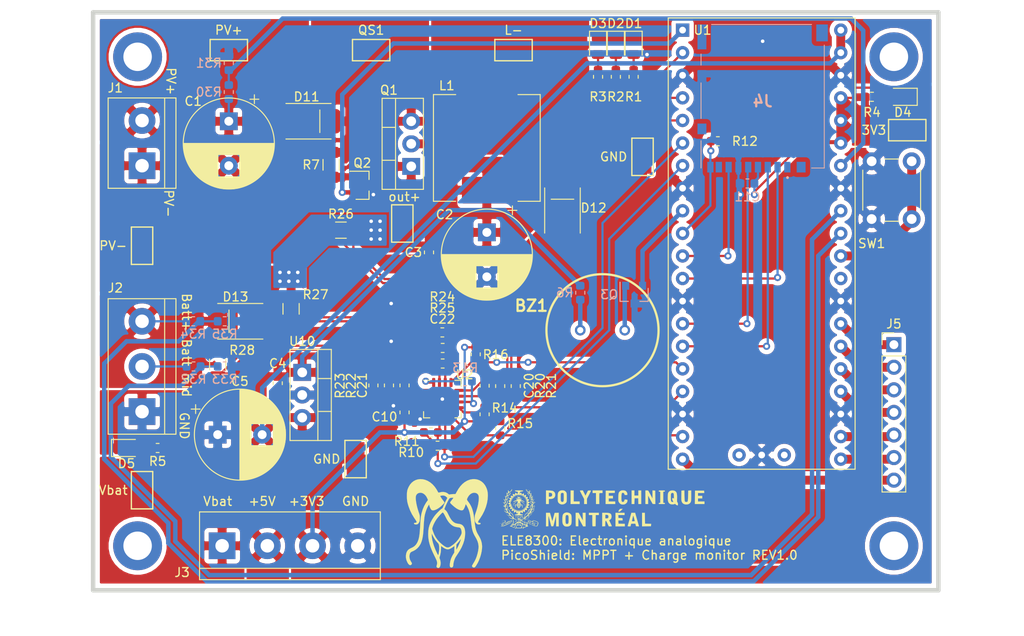
<source format=kicad_pcb>
(kicad_pcb (version 20171130) (host pcbnew "(5.1.6)-1")
  (layers (0 F.Cu signal) (31 B.Cu signal) (34 B.Paste user) (35 F.Paste user) (36 B.SilkS user) (37 F.SilkS user) (38 B.Mask user) (39 F.Mask user hide) (44 Edge.Cuts user))
  (net 0 "")
  (net 1 "Net-(BZ1-Pad2)")
  (net 2 "Net-(BZ1-Pad1)")
  (net 3 "Net-(C1-Pad2)")
  (net 4 "Net-(C1-Pad1)")
  (net 5 MPPT_out-)
  (net 6 MPPT_out+)
  (net 7 Vbat)
  (net 8 +5V)
  (net 9 VCC)
  (net 10 Shunt_PV+)
  (net 11 Shunt_PV-)
  (net 12 Batt_in+)
  (net 13 batt_in-)
  (net 14 Batt_out+)
  (net 15 batt_out-)
  (net 16 "Net-(D1-Pad2)")
  (net 17 "Net-(D2-Pad2)")
  (net 18 "Net-(D3-Pad2)")
  (net 19 "Net-(D4-Pad2)")
  (net 20 "Net-(D5-Pad2)")
  (net 21 QS1)
  (net 22 "Net-(D12-Pad1)")
  (net 23 "Net-(D13-Pad2)")
  (net 24 "Net-(D13-Pad1)")
  (net 25 "Net-(J2-Pad2)")
  (net 26 SD_DETECT)
  (net 27 "Net-(J4-Pad8)")
  (net 28 SPI_MISO)
  (net 29 SPI_SCK)
  (net 30 SPI_MOSI)
  (net 31 SPI_CS)
  (net 32 "Net-(J4-Pad1)")
  (net 33 GP15)
  (net 34 GP16)
  (net 35 GP17)
  (net 36 GP18)
  (net 37 GP19)
  (net 38 GP20)
  (net 39 GP21)
  (net 40 Drive1)
  (net 41 PWM1)
  (net 42 Buzzer)
  (net 43 SIG_LED)
  (net 44 UV_LED)
  (net 45 OV_LED)
  (net 46 I2C0_SDA)
  (net 47 I2C0_SCL)
  (net 48 "Net-(R13-Pad2)")
  (net 49 "Net-(R13-Pad1)")
  (net 50 CRITICAL)
  (net 51 WARNING)
  (net 52 TC)
  (net 53 VCell1_sense)
  (net 54 VCell2_sense)
  (net 55 "Net-(U1-Pad43)")
  (net 56 "Net-(U1-Pad41)")
  (net 57 Vpv_sense)
  (net 58 RESET_SW)
  (net 59 "Net-(U1-Pad29)")
  (module Custom_MPPT:LogoPOLYMTL (layer F.Cu) (at 57.25 55.75)
    (fp_text reference G*** hide)
    (fp_text value LOGO hide)
  )
  (module Custom_MPPT:RaspiPico (layer F.Cu) (at 66.25 2)
    (fp_text reference U1 (at 2.25 0) (layer F.SilkS))
    (fp_text value RaspiPico)
    (pad 43 thru_hole circle (at 11.43 47.79) (size 1.5 1.5) (drill 0.76) (layers *.Cu *.Mask) (net 55 "Net-(U1-Pad43)"))
    (pad 41 thru_hole circle (at 6.35 47.79) (size 1.5 1.5) (drill 0.76) (layers *.Cu *.Mask) (net 56 "Net-(U1-Pad41)"))
    (pad 42 thru_hole circle (at 8.89 47.79) (size 1.5 1.5) (drill 0.76) (layers *.Cu *.Mask) (net 5 MPPT_out-))
    (pad 38 thru_hole circle (at 17.78 5.08) (size 1.5 1.5) (drill 0.76) (layers *.Cu *.Mask) (net 5 MPPT_out-))
    (pad 40 thru_hole circle (at 17.78 0) (size 1.5 1.5) (drill 0.76) (layers *.Cu *.Mask) (net 8 +5V))
    (pad 34 thru_hole circle (at 17.78 15.24) (size 1.5 1.5) (drill 0.76) (layers *.Cu *.Mask) (net 57 Vpv_sense))
    (pad 26 thru_hole circle (at 17.78 35.56) (size 1.5 1.5) (drill 0.76) (layers *.Cu *.Mask) (net 38 GP20))
    (pad 25 thru_hole circle (at 17.78 38.1) (size 1.5 1.5) (drill 0.76) (layers *.Cu *.Mask) (net 37 GP19))
    (pad 31 thru_hole circle (at 17.78 22.86) (size 1.5 1.5) (drill 0.76) (layers *.Cu *.Mask) (net 54 VCell2_sense))
    (pad 32 thru_hole circle (at 17.78 20.32) (size 1.5 1.5) (drill 0.76) (layers *.Cu *.Mask) (net 53 VCell1_sense))
    (pad 39 thru_hole circle (at 17.78 2.54) (size 1.5 1.5) (drill 0.76) (layers *.Cu *.Mask) (net 8 +5V))
    (pad 33 thru_hole circle (at 17.78 17.78) (size 1.5 1.5) (drill 0.76) (layers *.Cu *.Mask) (net 5 MPPT_out-))
    (pad 37 thru_hole circle (at 17.78 7.62) (size 1.5 1.5) (drill 0.76) (layers *.Cu *.Mask) (net 9 VCC))
    (pad 35 thru_hole circle (at 17.78 12.7) (size 1.5 1.5) (drill 0.76) (layers *.Cu *.Mask) (net 9 VCC))
    (pad 36 thru_hole circle (at 17.78 10.16) (size 1.5 1.5) (drill 0.76) (layers *.Cu *.Mask) (net 9 VCC))
    (pad 21 thru_hole circle (at 17.78 48.26) (size 1.5 1.5) (drill 0.76) (layers *.Cu *.Mask) (net 34 GP16))
    (pad 30 thru_hole circle (at 17.78 25.4) (size 1.5 1.5) (drill 0.76) (layers *.Cu *.Mask) (net 58 RESET_SW))
    (pad 29 thru_hole circle (at 17.78 27.94) (size 1.5 1.5) (drill 0.76) (layers *.Cu *.Mask) (net 59 "Net-(U1-Pad29)"))
    (pad 24 thru_hole circle (at 17.78 40.64) (size 1.5 1.5) (drill 0.76) (layers *.Cu *.Mask) (net 36 GP18))
    (pad 23 thru_hole circle (at 17.78 43.18) (size 1.5 1.5) (drill 0.76) (layers *.Cu *.Mask) (net 5 MPPT_out-))
    (pad 27 thru_hole circle (at 17.78 33.02) (size 1.5 1.5) (drill 0.76) (layers *.Cu *.Mask) (net 39 GP21))
    (pad 22 thru_hole circle (at 17.78 45.72) (size 1.5 1.5) (drill 0.76) (layers *.Cu *.Mask) (net 35 GP17))
    (pad 28 thru_hole circle (at 17.78 30.48) (size 1.5 1.5) (drill 0.76) (layers *.Cu *.Mask) (net 5 MPPT_out-))
    (pad 13 thru_hole circle (at 0 30.48) (size 1.5 1.5) (drill 0.76) (layers *.Cu *.Mask) (net 5 MPPT_out-))
    (pad 11 thru_hole circle (at 0 25.4) (size 1.5 1.5) (drill 0.76) (layers *.Cu *.Mask) (net 28 SPI_MISO))
    (pad 17 thru_hole circle (at 0 40.64) (size 1.5 1.5) (drill 0.76) (layers *.Cu *.Mask) (net 50 CRITICAL))
    (pad 20 thru_hole circle (at 0 48.26) (size 1.5 1.5) (drill 0.76) (layers *.Cu *.Mask) (net 33 GP15))
    (pad 19 thru_hole circle (at 0 45.72) (size 1.5 1.5) (drill 0.76) (layers *.Cu *.Mask) (net 51 WARNING))
    (pad 12 thru_hole circle (at 0 27.94) (size 1.5 1.5) (drill 0.76) (layers *.Cu *.Mask) (net 31 SPI_CS))
    (pad 18 thru_hole circle (at 0 43.18) (size 1.5 1.5) (drill 0.76) (layers *.Cu *.Mask) (net 5 MPPT_out-))
    (pad 14 thru_hole circle (at 0 33.02) (size 1.5 1.5) (drill 0.76) (layers *.Cu *.Mask) (net 29 SPI_SCK))
    (pad 16 thru_hole circle (at 0 38.1) (size 1.5 1.5) (drill 0.76) (layers *.Cu *.Mask) (net 52 TC))
    (pad 15 thru_hole circle (at 0 35.56) (size 1.5 1.5) (drill 0.76) (layers *.Cu *.Mask) (net 30 SPI_MOSI))
    (pad 9 thru_hole circle (at 0 20.32) (size 1.5 1.5) (drill 0.76) (layers *.Cu *.Mask) (net 42 Buzzer))
    (pad 10 thru_hole circle (at 0 22.86) (size 1.5 1.5) (drill 0.76) (layers *.Cu *.Mask) (net 26 SD_DETECT))
    (pad 7 thru_hole circle (at 0 15.24) (size 1.5 1.5) (drill 0.76) (layers *.Cu *.Mask) (net 47 I2C0_SCL))
    (pad 8 thru_hole circle (at 0 17.78) (size 1.5 1.5) (drill 0.76) (layers *.Cu *.Mask) (net 5 MPPT_out-))
    (pad 5 thru_hole circle (at 0 10.16) (size 1.5 1.5) (drill 0.76) (layers *.Cu *.Mask) (net 45 OV_LED))
    (pad 6 thru_hole circle (at 0 12.7) (size 1.5 1.5) (drill 0.76) (layers *.Cu *.Mask) (net 46 I2C0_SDA))
    (pad 3 thru_hole circle (at 0 5.08) (size 1.5 1.5) (drill 0.76) (layers *.Cu *.Mask) (net 5 MPPT_out-))
    (pad 4 thru_hole circle (at 0 7.62) (size 1.5 1.5) (drill 0.76) (layers *.Cu *.Mask) (net 44 UV_LED))
    (pad 2 thru_hole circle (at 0 2.54) (size 1.5 1.5) (drill 0.76) (layers *.Cu *.Mask) (net 43 SIG_LED))
    (pad 1 thru_hole rect (at 0 0) (size 1.5 1.5) (drill 0.76) (layers *.Cu *.Mask) (net 41 PWM1))
  )
  (module TestPoint:TestPoint_Keystone_5019_Minature (layer F.Cu) (at 29.5 50.25 270)
    (fp_text reference GND (at 0 3.25 180) (layer F.SilkS))
    (fp_text value TestPoint_Keystone_5019_Minature)
    (pad 1 smd rect (at 0 0 270) (size 3.8 2) (layers F.Cu F.Paste F.Mask) (net 5 MPPT_out-))
  )
  (module TestPoint:TestPoint_Keystone_5019_Minature (layer F.Cu) (at 91.5 13.25)
    (fp_text reference 3V3 (at -3.75 0) (layer F.SilkS))
    (fp_text value TestPoint_Keystone_5019_Minature)
    (pad 1 smd rect (at 0 0) (size 3.8 2) (layers F.Cu F.Paste F.Mask) (net 9 VCC))
  )
  (module TestPoint:TestPoint_Keystone_5019_Minature (layer F.Cu) (at 61.75 16.25 270)
    (fp_text reference GND (at 0 3.25 180) (layer F.SilkS))
    (fp_text value TestPoint_Keystone_5019_Minature)
    (pad 1 smd rect (at 0 0 270) (size 3.8 2) (layers F.Cu F.Paste F.Mask) (net 5 MPPT_out-))
  )
  (module TestPoint:TestPoint_Keystone_5019_Minature (layer F.Cu) (at 5.5 53.75 270)
    (fp_text reference Vbat (at 0 3.25 180) (layer F.SilkS))
    (fp_text value TestPoint_Keystone_5019_Minature)
    (pad 1 smd rect (at 0 0 270) (size 3.8 2) (layers F.Cu F.Paste F.Mask) (net 7 Vbat))
  )
  (module TestPoint:TestPoint_Keystone_5019_Minature (layer F.Cu) (at 5.5 26.25 270)
    (fp_text reference PV- (at 0 3.25 180) (layer F.SilkS))
    (fp_text value TestPoint_Keystone_5019_Minature)
    (pad 1 smd rect (at 0 0 270) (size 3.8 2) (layers F.Cu F.Paste F.Mask) (net 3 "Net-(C1-Pad2)"))
  )
  (module TestPoint:TestPoint_Keystone_5019_Minature (layer F.Cu) (at 47.25 4.25)
    (fp_text reference L- (at 0 -2.25) (layer F.SilkS))
    (fp_text value TestPoint_Keystone_5019_Minature)
    (pad 1 smd rect (at 0 0) (size 3.8 2) (layers F.Cu F.Paste F.Mask) (net 22 "Net-(D12-Pad1)"))
  )
  (module TestPoint:TestPoint_Keystone_5019_Minature (layer F.Cu) (at 31.25 4.25)
    (fp_text reference QS1 (at 0 -2.25) (layer F.SilkS))
    (fp_text value TestPoint_Keystone_5019_Minature)
    (pad 1 smd rect (at 0 0) (size 3.8 2) (layers F.Cu F.Paste F.Mask))
  )
  (module TestPoint:TestPoint_Keystone_5019_Minature (layer F.Cu) (at 15.25 4.25)
    (fp_text reference PV+ (at 0 -2.25) (layer F.SilkS))
    (fp_text value TestPoint_Keystone_5019_Minature)
    (pad 1 smd rect (at 0 0) (size 3.8 2) (layers F.Cu F.Paste F.Mask) (net 4 "Net-(C1-Pad1)"))
  )
  (module TestPoint:TestPoint_Keystone_5019_Minature (layer F.Cu) (at 34.75 23.75 270)
    (fp_text reference out+ (at -3 -0.25 180) (layer F.SilkS))
    (fp_text value TestPoint_Keystone_5019_Minature)
    (pad 1 smd rect (at 0 0 270) (size 3.8 2) (layers F.Cu F.Paste F.Mask) (net 6 MPPT_out+))
  )
  (module Custom_MPPT:LogoLucy (layer F.Cu) (at 39.75 57.5)
    (fp_text reference G*** hide)
    (fp_text value LOGO hide)
  )
  (module Custom_MPPT:MBRS3200T3G (layer F.Cu) (at 52.75 19.75 270)
    (fp_text reference D12 (at 2.25 -3.5 180) (layer F.SilkS))
    (fp_text value MBRS3200T3)
    (pad 2 smd roundrect (at 4.42 0 270) (size 2.159 2.743) (layers F.Cu F.Paste F.Mask) (net 5 MPPT_out-))
    (pad 1 smd roundrect (at 0 0 270) (size 2.159 2.743) (layers F.Cu F.Paste F.Mask) (net 22 "Net-(D12-Pad1)"))
  )
  (module Custom_MPPT:MBRS3200T3G (layer F.Cu) (at 26.75 12.25 180)
    (fp_text reference D11 (at 2.75 2.75) (layer F.SilkS))
    (fp_text value MBRS3200T3)
    (pad 2 smd roundrect (at 4.42 0 180) (size 2.159 2.743) (layers F.Cu F.Paste F.Mask) (net 4 "Net-(C1-Pad1)"))
    (pad 1 smd roundrect (at 0 0 180) (size 2.159 2.743) (layers F.Cu F.Paste F.Mask) (net 21 QS1))
  )
  (module Custom_MPPT:MBRS3200T3G (layer F.Cu) (at 14 34.75)
    (fp_text reference D13 (at 2 -2.75) (layer F.SilkS))
    (fp_text value MBRS3200T3)
    (pad 2 smd roundrect (at 4.42 0) (size 2.159 2.743) (layers F.Cu F.Paste F.Mask) (net 23 "Net-(D13-Pad2)"))
    (pad 1 smd roundrect (at 0 0) (size 2.159 2.743) (layers F.Cu F.Paste F.Mask) (net 24 "Net-(D13-Pad1)"))
  )
  (module Button_Switch_THT:SW_PUSH_6mm (layer F.Cu) (at 87.5 23.25 90)
    (fp_text reference SW1 (at -2.75 0) (layer F.SilkS))
    (fp_text value RESET)
    (pad 1 thru_hole circle (at 6.5 0 180) (size 2 2) (drill 1.1) (layers *.Cu *.Mask) (net 5 MPPT_out-))
    (pad 2 thru_hole circle (at 6.5 4.5 180) (size 2 2) (drill 1.1) (layers *.Cu *.Mask) (net 58 RESET_SW))
    (pad 1 thru_hole circle (at 0 0 180) (size 2 2) (drill 1.1) (layers *.Cu *.Mask) (net 5 MPPT_out-))
    (pad 2 thru_hole circle (at 0 4.5 180) (size 2 2) (drill 1.1) (layers *.Cu *.Mask) (net 58 RESET_SW))
  )
  (module Resistor_SMD:R_1206_3216Metric (layer F.Cu) (at 14 39.6 270)
    (fp_text reference R28 (at -1.6 -2.75) (layer F.SilkS))
    (fp_text value "100m+/-1% 1W")
    (pad 2 smd roundrect (at 1.4 0 270) (size 1.25 1.75) (layers F.Cu F.Paste F.Mask) (roundrect_rratio 0.2) (net 7 Vbat))
    (pad 1 smd roundrect (at -1.4 0 270) (size 1.25 1.75) (layers F.Cu F.Paste F.Mask) (roundrect_rratio 0.2) (net 24 "Net-(D13-Pad1)"))
  )
  (module Resistor_SMD:R_1206_3216Metric (layer F.Cu) (at 22.25 33.35 90)
    (fp_text reference R27 (at 1.6 2.75) (layer F.SilkS))
    (fp_text value "100m+/-1% 1W")
    (pad 2 smd roundrect (at 1.4 0 90) (size 1.25 1.75) (layers F.Cu F.Paste F.Mask) (roundrect_rratio 0.2) (net 6 MPPT_out+))
    (pad 1 smd roundrect (at -1.4 0 90) (size 1.25 1.75) (layers F.Cu F.Paste F.Mask) (roundrect_rratio 0.2) (net 23 "Net-(D13-Pad2)"))
  )
  (module Resistor_SMD:R_1206_3216Metric (layer F.Cu) (at 27.85 24.5)
    (fp_text reference R26 (at 0 -1.82) (layer F.SilkS))
    (fp_text value "100m+/-1% 1W")
    (pad 2 smd roundrect (at 1.4 0) (size 1.25 1.75) (layers F.Cu F.Paste F.Mask) (roundrect_rratio 0.2) (net 6 MPPT_out+))
    (pad 1 smd roundrect (at -1.4 0) (size 1.25 1.75) (layers F.Cu F.Paste F.Mask) (roundrect_rratio 0.2) (net 3 "Net-(C1-Pad2)"))
  )
  (module Custom_MPPT:PA4320.105NLT (layer F.Cu) (at 44.25 15.25 180)
    (fp_text reference L1 (at 4.5 7) (layer F.SilkS))
    (fp_text value 1mH)
    (pad 2 smd roundrect (at 0 4.75 180) (size 5.6 3) (layers F.Cu F.Paste F.Mask) (roundrect_rratio 0.05) (net 22 "Net-(D12-Pad1)"))
    (pad 1 smd roundrect (at 0 -4.75 180) (size 5.6 3) (layers F.Cu F.Paste F.Mask) (roundrect_rratio 0.05) (net 6 MPPT_out+))
  )
  (module Package_TO_SOT_THT:TO-220-3_Vertical (layer F.Cu) (at 23.5 40.5 270)
    (fp_text reference U10 (at -3.5 0 180) (layer F.SilkS))
    (fp_text value LF50_TO220)
    (pad 3 thru_hole oval (at 5.08 0 270) (size 1.905 2) (drill 1.1) (layers *.Cu *.Mask) (net 8 +5V))
    (pad 2 thru_hole oval (at 2.54 0 270) (size 1.905 2) (drill 1.1) (layers *.Cu *.Mask) (net 5 MPPT_out-))
    (pad 1 thru_hole rect (at 0 0 270) (size 1.905 2) (drill 1.1) (layers *.Cu *.Mask) (net 7 Vbat))
  )
  (module Package_DFN_QFN:Texas_RGV_S-PVQFN-N16_EP2.1x2.1mm (layer F.Cu) (at 39.25 43.5)
    (fp_text reference U2 (at 2.5 -2.75) (layer F.SilkS))
    (fp_text value INA3221)
    (pad 17 smd rect (at 0 0) (size 2.1 2.1) (layers F.Cu F.Mask) (net 5 MPPT_out-))
    (pad 16 smd roundrect (at -0.975 -1.8625) (size 0.35 1.025) (layers F.Cu F.Paste F.Mask) (net 49 "Net-(R13-Pad1)"))
    (pad 15 smd roundrect (at -0.325 -1.8625) (size 0.35 1.025) (layers F.Cu F.Paste F.Mask) (net 12 Batt_in+))
    (pad 14 smd roundrect (at 0.325 -1.8625) (size 0.35 1.025) (layers F.Cu F.Paste F.Mask) (net 13 batt_in-))
    (pad 13 smd roundrect (at 0.975 -1.8625) (size 0.35 1.025) (layers F.Cu F.Paste F.Mask) (net 52 TC))
    (pad 12 smd roundrect (at 1.8625 -0.975) (size 1.025 0.35) (layers F.Cu F.Paste F.Mask) (net 10 Shunt_PV+))
    (pad 11 smd roundrect (at 1.8625 -0.325) (size 1.025 0.35) (layers F.Cu F.Paste F.Mask) (net 11 Shunt_PV-))
    (pad 10 smd roundrect (at 1.8625 0.325) (size 1.025 0.35) (layers F.Cu F.Paste F.Mask) (net 48 "Net-(R13-Pad2)"))
    (pad 9 smd roundrect (at 1.8625 0.975) (size 1.025 0.35) (layers F.Cu F.Paste F.Mask) (net 50 CRITICAL))
    (pad 8 smd roundrect (at 0.975 1.8625) (size 0.35 1.025) (layers F.Cu F.Paste F.Mask) (net 51 WARNING))
    (pad 7 smd roundrect (at 0.325 1.8625) (size 0.35 1.025) (layers F.Cu F.Paste F.Mask) (net 46 I2C0_SDA))
    (pad 6 smd roundrect (at -0.325 1.8625) (size 0.35 1.025) (layers F.Cu F.Paste F.Mask) (net 47 I2C0_SCL))
    (pad 5 smd roundrect (at -0.975 1.8625) (size 0.35 1.025) (layers F.Cu F.Paste F.Mask) (net 5 MPPT_out-))
    (pad 4 smd roundrect (at -1.8625 0.975) (size 1.025 0.35) (layers F.Cu F.Paste F.Mask) (net 9 VCC))
    (pad 3 smd roundrect (at -1.8625 0.325) (size 1.025 0.35) (layers F.Cu F.Paste F.Mask) (net 5 MPPT_out-))
    (pad 2 smd roundrect (at -1.8625 -0.325) (size 1.025 0.35) (layers F.Cu F.Paste F.Mask) (net 14 Batt_out+))
    (pad 1 smd roundrect (at -1.8625 -0.975) (size 1.025 0.35) (layers F.Cu F.Paste F.Mask) (net 15 batt_out-))
  )
  (module Resistor_SMD:R_0603_1608Metric (layer B.Cu) (at 14.7875 34.75)
    (fp_text reference R35 (at 0 1.43) (layer B.SilkS) (effects (justify mirror)))
    (fp_text value "470k 1%")
    (pad 2 smd roundrect (at 0.7875 0) (size 0.875 0.95) (layers B.Cu B.Paste B.Mask) (net 5 MPPT_out-))
    (pad 1 smd roundrect (at -0.7875 0) (size 0.875 0.95) (layers B.Cu B.Paste B.Mask) (net 54 VCell2_sense))
  )
  (module Resistor_SMD:R_0603_1608Metric (layer B.Cu) (at 11.25 34.75)
    (fp_text reference R34 (at 0 1.43) (layer B.SilkS) (effects (justify mirror)))
    (fp_text value "1M 1%")
    (pad 2 smd roundrect (at 0.7875 0) (size 0.875 0.95) (layers B.Cu B.Paste B.Mask) (net 54 VCell2_sense))
    (pad 1 smd roundrect (at -0.7875 0) (size 0.875 0.95) (layers B.Cu B.Paste B.Mask) (net 24 "Net-(D13-Pad1)"))
  )
  (module Resistor_SMD:R_0603_1608Metric (layer B.Cu) (at 14.7875 39.83)
    (fp_text reference R33 (at 0 1.43) (layer B.SilkS) (effects (justify mirror)))
    (fp_text value "1M 1%")
    (pad 2 smd roundrect (at 0.7875 0) (size 0.875 0.95) (layers B.Cu B.Paste B.Mask) (net 5 MPPT_out-))
    (pad 1 smd roundrect (at -0.7875 0) (size 0.875 0.95) (layers B.Cu B.Paste B.Mask) (net 53 VCell1_sense))
  )
  (module Resistor_SMD:R_0603_1608Metric (layer B.Cu) (at 11.2875 39.83)
    (fp_text reference R32 (at 0 1.43) (layer B.SilkS) (effects (justify mirror)))
    (fp_text value "1M 1%")
    (pad 2 smd roundrect (at 0.7875 0) (size 0.875 0.95) (layers B.Cu B.Paste B.Mask) (net 53 VCell1_sense))
    (pad 1 smd roundrect (at -0.7875 0) (size 0.875 0.95) (layers B.Cu B.Paste B.Mask) (net 25 "Net-(J2-Pad2)"))
  )
  (module Resistor_SMD:R_0603_1608Metric (layer B.Cu) (at 15.25 5.7125 90)
    (fp_text reference R31 (at 0 -2.25 180) (layer B.SilkS) (effects (justify mirror)))
    (fp_text value "50k 1%")
    (pad 2 smd roundrect (at 0.7875 0 90) (size 0.875 0.95) (layers B.Cu B.Paste B.Mask) (net 5 MPPT_out-))
    (pad 1 smd roundrect (at -0.7875 0 90) (size 0.875 0.95) (layers B.Cu B.Paste B.Mask) (net 57 Vpv_sense))
  )
  (module Resistor_SMD:R_0603_1608Metric (layer B.Cu) (at 15.25 8.9625 90)
    (fp_text reference R30 (at 0 -2.25 180) (layer B.SilkS) (effects (justify mirror)))
    (fp_text value "1M 1%")
    (pad 2 smd roundrect (at 0.7875 0 90) (size 0.875 0.95) (layers B.Cu B.Paste B.Mask) (net 57 Vpv_sense))
    (pad 1 smd roundrect (at -0.7875 0 90) (size 0.875 0.95) (layers B.Cu B.Paste B.Mask) (net 4 "Net-(C1-Pad1)"))
  )
  (module Resistor_SMD:R_0603_1608Metric (layer F.Cu) (at 39.2875 37.75 180)
    (fp_text reference R25 (at 0.0375 4.5) (layer F.SilkS))
    (fp_text value 5)
    (pad 2 smd roundrect (at 0.7875 0 180) (size 0.875 0.95) (layers F.Cu F.Paste F.Mask) (net 23 "Net-(D13-Pad2)"))
    (pad 1 smd roundrect (at -0.7875 0 180) (size 0.875 0.95) (layers F.Cu F.Paste F.Mask) (net 13 batt_in-))
  )
  (module Resistor_SMD:R_0603_1608Metric (layer F.Cu) (at 39.25 36 180)
    (fp_text reference R24 (at 0 4) (layer F.SilkS))
    (fp_text value 5)
    (pad 2 smd roundrect (at 0.7875 0 180) (size 0.875 0.95) (layers F.Cu F.Paste F.Mask) (net 6 MPPT_out+))
    (pad 1 smd roundrect (at -0.7875 0 180) (size 0.875 0.95) (layers F.Cu F.Paste F.Mask) (net 12 Batt_in+))
  )
  (module Resistor_SMD:R_0603_1608Metric (layer F.Cu) (at 31.5 41.9625 90)
    (fp_text reference R23 (at -0.0375 -3.75 90) (layer F.SilkS))
    (fp_text value 5)
    (pad 2 smd roundrect (at 0.7875 0 90) (size 0.875 0.95) (layers F.Cu F.Paste F.Mask) (net 7 Vbat))
    (pad 1 smd roundrect (at -0.7875 0 90) (size 0.875 0.95) (layers F.Cu F.Paste F.Mask) (net 15 batt_out-))
  )
  (module Resistor_SMD:R_0603_1608Metric (layer F.Cu) (at 33.25 41.9625 90)
    (fp_text reference R22 (at -0.0375 -4.25 90) (layer F.SilkS))
    (fp_text value 5)
    (pad 2 smd roundrect (at 0.7875 0 90) (size 0.875 0.95) (layers F.Cu F.Paste F.Mask) (net 24 "Net-(D13-Pad1)"))
    (pad 1 smd roundrect (at -0.7875 0 90) (size 0.875 0.95) (layers F.Cu F.Paste F.Mask) (net 14 Batt_out+))
  )
  (module Resistor_SMD:R_0603_1608Metric (layer F.Cu) (at 47.5 42.0375 90)
    (fp_text reference R21 (at 0.0375 4 90) (layer F.SilkS))
    (fp_text value 5)
    (pad 2 smd roundrect (at 0.7875 0 90) (size 0.875 0.95) (layers F.Cu F.Paste F.Mask) (net 6 MPPT_out+))
    (pad 1 smd roundrect (at -0.7875 0 90) (size 0.875 0.95) (layers F.Cu F.Paste F.Mask) (net 11 Shunt_PV-))
  )
  (module Resistor_SMD:R_0603_1608Metric (layer F.Cu) (at 45.75 42.0375 90)
    (fp_text reference R20 (at 0.0375 4.5 90) (layer F.SilkS))
    (fp_text value 5)
    (pad 2 smd roundrect (at 0.7875 0 90) (size 0.875 0.95) (layers F.Cu F.Paste F.Mask) (net 3 "Net-(C1-Pad2)"))
    (pad 1 smd roundrect (at -0.7875 0 90) (size 0.875 0.95) (layers F.Cu F.Paste F.Mask) (net 10 Shunt_PV+))
  )
  (module Resistor_SMD:R_0603_1608Metric (layer F.Cu) (at 43 38.4625 270)
    (fp_text reference R16 (at 0.0375 -2.25) (layer F.SilkS))
    (fp_text value 10k)
    (pad 2 smd roundrect (at 0.7875 0 270) (size 0.875 0.95) (layers F.Cu F.Paste F.Mask) (net 52 TC))
    (pad 1 smd roundrect (at -0.7875 0 270) (size 0.875 0.95) (layers F.Cu F.Paste F.Mask) (net 9 VCC))
  )
  (module Resistor_SMD:R_0603_1608Metric (layer F.Cu) (at 45.75 46.7875 270)
    (fp_text reference R15 (at -0.5375 -2.25 180) (layer F.SilkS))
    (fp_text value 10k)
    (pad 2 smd roundrect (at 0.7875 0 270) (size 0.875 0.95) (layers F.Cu F.Paste F.Mask) (net 51 WARNING))
    (pad 1 smd roundrect (at -0.7875 0 270) (size 0.875 0.95) (layers F.Cu F.Paste F.Mask) (net 9 VCC))
  )
  (module Resistor_SMD:R_0603_1608Metric (layer F.Cu) (at 44 45.2125 90)
    (fp_text reference R14 (at 0.7125 2.25 180) (layer F.SilkS))
    (fp_text value 10k)
    (pad 2 smd roundrect (at 0.7875 0 90) (size 0.875 0.95) (layers F.Cu F.Paste F.Mask) (net 50 CRITICAL))
    (pad 1 smd roundrect (at -0.7875 0 90) (size 0.875 0.95) (layers F.Cu F.Paste F.Mask) (net 9 VCC))
  )
  (module Resistor_SMD:R_0603_1608Metric (layer B.Cu) (at 41.7875 41.492501)
    (fp_text reference R13 (at 0.0375 -1.5) (layer B.SilkS) (effects (justify mirror)))
    (fp_text value 10k)
    (pad 2 smd roundrect (at 0.7875 0) (size 0.875 0.95) (layers B.Cu B.Paste B.Mask) (net 48 "Net-(R13-Pad2)"))
    (pad 1 smd roundrect (at -0.7875 0) (size 0.875 0.95) (layers B.Cu B.Paste B.Mask) (net 49 "Net-(R13-Pad1)"))
  )
  (module Resistor_SMD:R_0603_1608Metric (layer F.Cu) (at 70.2125 14.5 180)
    (fp_text reference R12 (at -3.0375 0 180) (layer F.SilkS))
    (fp_text value 10k)
    (pad 2 smd roundrect (at 0.7875 0 180) (size 0.875 0.95) (layers F.Cu F.Paste F.Mask) (net 9 VCC))
    (pad 1 smd roundrect (at -0.7875 0 180) (size 0.875 0.95) (layers F.Cu F.Paste F.Mask) (net 26 SD_DETECT))
  )
  (module Resistor_SMD:R_0603_1608Metric (layer F.Cu) (at 37.9625 47.25)
    (fp_text reference R11 (at -2.7125 1) (layer F.SilkS))
    (fp_text value 10k)
    (pad 2 smd roundrect (at 0.7875 0) (size 0.875 0.95) (layers F.Cu F.Paste F.Mask) (net 47 I2C0_SCL))
    (pad 1 smd roundrect (at -0.7875 0) (size 0.875 0.95) (layers F.Cu F.Paste F.Mask) (net 9 VCC))
  )
  (module Resistor_SMD:R_0603_1608Metric (layer F.Cu) (at 38.7125 48.75)
    (fp_text reference R10 (at -2.9625 0.75) (layer F.SilkS))
    (fp_text value 10k)
    (pad 2 smd roundrect (at 0.7875 0) (size 0.875 0.95) (layers F.Cu F.Paste F.Mask) (net 46 I2C0_SDA))
    (pad 1 smd roundrect (at -0.7875 0) (size 0.875 0.95) (layers F.Cu F.Paste F.Mask) (net 9 VCC))
  )
  (module Resistor_SMD:R_1206_3216Metric (layer F.Cu) (at 26.75 17.15 270)
    (fp_text reference R7 (at 0 2.25 180) (layer F.SilkS))
    (fp_text value "1k 1W")
    (pad 2 smd roundrect (at 1.4 0 270) (size 1.25 1.75) (layers F.Cu F.Paste F.Mask) (roundrect_rratio 0.2) (net 40 Drive1))
    (pad 1 smd roundrect (at -1.4 0 270) (size 1.25 1.75) (layers F.Cu F.Paste F.Mask) (roundrect_rratio 0.2) (net 21 QS1))
  )
  (module Resistor_SMD:R_0603_1608Metric (layer B.Cu) (at 54.75 31.5375 270)
    (fp_text reference R6 (at 0 1.75 180) (layer B.SilkS) (effects (justify mirror)))
    (fp_text value 2k)
    (pad 2 smd roundrect (at 0.7875 0 270) (size 0.875 0.95) (layers B.Cu B.Paste B.Mask) (net 2 "Net-(BZ1-Pad1)"))
    (pad 1 smd roundrect (at -0.7875 0 270) (size 0.875 0.95) (layers B.Cu B.Paste B.Mask) (net 7 Vbat))
  )
  (module Resistor_SMD:R_0603_1608Metric (layer F.Cu) (at 7.25 49 180)
    (fp_text reference R5 (at 0 -1.5) (layer F.SilkS))
    (fp_text value 2k)
    (pad 2 smd roundrect (at 0.7875 0 180) (size 0.875 0.95) (layers F.Cu F.Paste F.Mask) (net 20 "Net-(D5-Pad2)"))
    (pad 1 smd roundrect (at -0.7875 0 180) (size 0.875 0.95) (layers F.Cu F.Paste F.Mask) (net 7 Vbat))
  )
  (module Resistor_SMD:R_0603_1608Metric (layer F.Cu) (at 87.5375 9.5)
    (fp_text reference R4 (at 0 1.75) (layer F.SilkS))
    (fp_text value 1k)
    (pad 2 smd roundrect (at 0.7875 0) (size 0.875 0.95) (layers F.Cu F.Paste F.Mask) (net 19 "Net-(D4-Pad2)"))
    (pad 1 smd roundrect (at -0.7875 0) (size 0.875 0.95) (layers F.Cu F.Paste F.Mask) (net 9 VCC))
  )
  (module Resistor_SMD:R_0603_1608Metric (layer F.Cu) (at 56.75 7.25 90)
    (fp_text reference R3 (at -2.25 0 180) (layer F.SilkS))
    (fp_text value 470)
    (pad 2 smd roundrect (at 0.7875 0 90) (size 0.875 0.95) (layers F.Cu F.Paste F.Mask) (net 18 "Net-(D3-Pad2)"))
    (pad 1 smd roundrect (at -0.7875 0 90) (size 0.875 0.95) (layers F.Cu F.Paste F.Mask) (net 45 OV_LED))
  )
  (module Resistor_SMD:R_0603_1608Metric (layer F.Cu) (at 58.75 7.25 90)
    (fp_text reference R2 (at -2.25 0 180) (layer F.SilkS))
    (fp_text value 470)
    (pad 2 smd roundrect (at 0.7875 0 90) (size 0.875 0.95) (layers F.Cu F.Paste F.Mask) (net 17 "Net-(D2-Pad2)"))
    (pad 1 smd roundrect (at -0.7875 0 90) (size 0.875 0.95) (layers F.Cu F.Paste F.Mask) (net 44 UV_LED))
  )
  (module Resistor_SMD:R_0603_1608Metric (layer F.Cu) (at 60.75 7.25 90)
    (fp_text reference R1 (at -2.25 0 180) (layer F.SilkS))
    (fp_text value 470)
    (pad 2 smd roundrect (at 0.7875 0 90) (size 0.875 0.95) (layers F.Cu F.Paste F.Mask) (net 16 "Net-(D1-Pad2)"))
    (pad 1 smd roundrect (at -0.7875 0 90) (size 0.875 0.95) (layers F.Cu F.Paste F.Mask) (net 43 SIG_LED))
  )
  (module Package_TO_SOT_SMD:SOT-23 (layer B.Cu) (at 60.8 31.75 270)
    (fp_text reference Q3 (at 0 2.8) (layer B.SilkS) (effects (justify mirror)))
    (fp_text value NMOS_DGS_SOT23)
    (pad 3 smd rect (at 1 0 270) (size 0.9 0.8) (layers B.Cu B.Paste B.Mask) (net 5 MPPT_out-))
    (pad 2 smd rect (at -1 -0.95 270) (size 0.9 0.8) (layers B.Cu B.Paste B.Mask) (net 42 Buzzer))
    (pad 1 smd rect (at -1 0.95 270) (size 0.9 0.8) (layers B.Cu B.Paste B.Mask) (net 1 "Net-(BZ1-Pad2)"))
  )
  (module Package_TO_SOT_SMD:SOT-23 (layer F.Cu) (at 30.25 19.45)
    (fp_text reference Q2 (at 0 -2.5) (layer F.SilkS))
    (fp_text value NMOS_DGS_SOT23)
    (pad 3 smd rect (at 1 0) (size 0.9 0.8) (layers F.Cu F.Paste F.Mask) (net 5 MPPT_out-))
    (pad 2 smd rect (at -1 0.95) (size 0.9 0.8) (layers F.Cu F.Paste F.Mask) (net 41 PWM1))
    (pad 1 smd rect (at -1 -0.95) (size 0.9 0.8) (layers F.Cu F.Paste F.Mask) (net 40 Drive1))
  )
  (module Package_TO_SOT_THT:TO-220-3_Vertical (layer F.Cu) (at 35.75 17.33 90)
    (fp_text reference Q1 (at 8.58 -2.5 180) (layer F.SilkS))
    (fp_text value PMOS_GDS_TO220)
    (pad 3 thru_hole oval (at 5.08 0 90) (size 1.905 2) (drill 1.1) (layers *.Cu *.Mask) (net 21 QS1))
    (pad 2 thru_hole oval (at 2.54 0 90) (size 1.905 2) (drill 1.1) (layers *.Cu *.Mask) (net 22 "Net-(D12-Pad1)"))
    (pad 1 thru_hole rect (at 0 0 90) (size 1.905 2) (drill 1.1) (layers *.Cu *.Mask) (net 40 Drive1))
  )
  (module Connector_PinHeader_2.54mm:PinHeader_1x07_P2.54mm_Vertical (layer F.Cu) (at 90 37.38)
    (fp_text reference J5 (at 0 -2.33) (layer F.SilkS))
    (fp_text value "GPIO breakout")
    (pad 7 thru_hole oval (at 0 15.24) (size 1.7 1.7) (drill 1) (layers *.Cu *.Mask) (net 33 GP15))
    (pad 6 thru_hole oval (at 0 12.7) (size 1.7 1.7) (drill 1) (layers *.Cu *.Mask) (net 34 GP16))
    (pad 5 thru_hole oval (at 0 10.16) (size 1.7 1.7) (drill 1) (layers *.Cu *.Mask) (net 35 GP17))
    (pad 4 thru_hole oval (at 0 7.62) (size 1.7 1.7) (drill 1) (layers *.Cu *.Mask) (net 36 GP18))
    (pad 3 thru_hole oval (at 0 5.08) (size 1.7 1.7) (drill 1) (layers *.Cu *.Mask) (net 37 GP19))
    (pad 2 thru_hole oval (at 0 2.54) (size 1.7 1.7) (drill 1) (layers *.Cu *.Mask) (net 38 GP20))
    (pad 1 thru_hole rect (at 0 0) (size 1.7 1.7) (drill 1) (layers *.Cu *.Mask) (net 39 GP21))
  )
  (module Custom_MPPT:DM3ATSFPEJM5 (layer B.Cu) (at 75.25 10)
    (fp_text reference J4 (at 0 0) (layer B.SilkS) (effects (font (size 1.27 1.27) (thickness 0.254)) (justify mirror)))
    (fp_text value Micro_SD_Card_Det_Hirose_DM3AT hide)
    (pad MP6 smd rect (at 6.675 -7.688) (size 1.3 1.9) (layers B.Cu B.Paste B.Mask))
    (pad MP5 smd rect (at -6.825 -7.237) (size 1 2.8) (layers B.Cu B.Paste B.Mask))
    (pad 10 smd rect (at -6.825 -3.087 270) (size 0.8 1) (layers B.Cu B.Paste B.Mask) (net 5 MPPT_out-))
    (pad MP3 smd rect (at -6.825 3.112) (size 1 1.2) (layers B.Cu B.Paste B.Mask))
    (pad 9 smd rect (at -5.875 7.412) (size 0.7 1.2) (layers B.Cu B.Paste B.Mask) (net 26 SD_DETECT))
    (pad MP1 smd rect (at 4.325 7.412) (size 1 1.2) (layers B.Cu B.Paste B.Mask))
    (pad 8 smd rect (at -4.925 7.412) (size 0.7 1.2) (layers B.Cu B.Paste B.Mask) (net 27 "Net-(J4-Pad8)"))
    (pad 7 smd rect (at -3.825 7.412) (size 0.7 1.2) (layers B.Cu B.Paste B.Mask) (net 28 SPI_MISO))
    (pad 6 smd rect (at -2.725 7.412) (size 0.7 1.2) (layers B.Cu B.Paste B.Mask) (net 5 MPPT_out-))
    (pad 5 smd rect (at -1.625 7.412) (size 0.7 1.2) (layers B.Cu B.Paste B.Mask) (net 29 SPI_SCK))
    (pad 4 smd rect (at -0.525 7.412) (size 0.7 1.2) (layers B.Cu B.Paste B.Mask) (net 9 VCC))
    (pad 3 smd rect (at 0.575 7.412) (size 0.7 1.2) (layers B.Cu B.Paste B.Mask) (net 30 SPI_MOSI))
    (pad 2 smd rect (at 1.675 7.412) (size 0.7 1.2) (layers B.Cu B.Paste B.Mask) (net 31 SPI_CS))
    (pad 1 smd rect (at 2.775 7.412) (size 0.7 1.2) (layers B.Cu B.Paste B.Mask) (net 32 "Net-(J4-Pad1)"))
  )
  (module TerminalBlock:TerminalBlock_bornier-4_P5.08mm (layer F.Cu) (at 14.5 60)
    (fp_text reference J3 (at -4.5 3) (layer F.SilkS))
    (fp_text value V_out)
    (pad 4 thru_hole circle (at 15.24 0) (size 3 3) (drill 1.52) (layers *.Cu *.Mask) (net 5 MPPT_out-))
    (pad 1 thru_hole rect (at 0 0) (size 3 3) (drill 1.52) (layers *.Cu *.Mask) (net 7 Vbat))
    (pad 3 thru_hole circle (at 10.16 0) (size 3 3) (drill 1.52) (layers *.Cu *.Mask) (net 9 VCC))
    (pad 2 thru_hole circle (at 5.08 0) (size 3 3) (drill 1.52) (layers *.Cu *.Mask) (net 8 +5V))
  )
  (module TerminalBlock:TerminalBlock_bornier-3_P5.08mm (layer F.Cu) (at 5.5 44.91 90)
    (fp_text reference J2 (at 13.91 -3) (layer F.SilkS))
    (fp_text value Battery_pack)
    (pad 3 thru_hole circle (at 10.16 0 90) (size 3 3) (drill 1.52) (layers *.Cu *.Mask) (net 24 "Net-(D13-Pad1)"))
    (pad 2 thru_hole circle (at 5.08 0 90) (size 3 3) (drill 1.52) (layers *.Cu *.Mask) (net 25 "Net-(J2-Pad2)"))
    (pad 1 thru_hole rect (at 0 0 90) (size 3 3) (drill 1.52) (layers *.Cu *.Mask) (net 5 MPPT_out-))
  )
  (module TerminalBlock:TerminalBlock_bornier-2_P5.08mm (layer F.Cu) (at 5.5 17.25 90)
    (fp_text reference J1 (at 8.75 -3) (layer F.SilkS))
    (fp_text value PV_input)
    (pad 2 thru_hole circle (at 5.08 0 90) (size 3 3) (drill 1.52) (layers *.Cu *.Mask) (net 4 "Net-(C1-Pad1)"))
    (pad 1 thru_hole rect (at 0 0 90) (size 3 3) (drill 1.52) (layers *.Cu *.Mask) (net 3 "Net-(C1-Pad2)"))
  )
  (module LED_SMD:LED_0805_2012Metric (layer F.Cu) (at 3.75 49)
    (fp_text reference D5 (at 0 1.75) (layer F.SilkS))
    (fp_text value GR)
    (pad 2 smd roundrect (at 0.9375 0) (size 0.975 1.4) (layers F.Cu F.Paste F.Mask) (net 20 "Net-(D5-Pad2)"))
    (pad 1 smd roundrect (at -0.9375 0) (size 0.975 1.4) (layers F.Cu F.Paste F.Mask) (net 5 MPPT_out-))
  )
  (module LED_SMD:LED_0805_2012Metric (layer F.Cu) (at 90.9375 9.5 180)
    (fp_text reference D4 (at -0.0625 -1.75) (layer F.SilkS))
    (fp_text value GR)
    (pad 2 smd roundrect (at 0.9375 0 180) (size 0.975 1.4) (layers F.Cu F.Paste F.Mask) (net 19 "Net-(D4-Pad2)"))
    (pad 1 smd roundrect (at -0.9375 0 180) (size 0.975 1.4) (layers F.Cu F.Paste F.Mask) (net 5 MPPT_out-))
  )
  (module LED_SMD:LED_0805_2012Metric (layer F.Cu) (at 56.75 3.8125 270)
    (fp_text reference D3 (at -2.5625 0 180) (layer F.SilkS))
    (fp_text value RED)
    (pad 2 smd roundrect (at 0.9375 0 270) (size 0.975 1.4) (layers F.Cu F.Paste F.Mask) (net 18 "Net-(D3-Pad2)"))
    (pad 1 smd roundrect (at -0.9375 0 270) (size 0.975 1.4) (layers F.Cu F.Paste F.Mask) (net 5 MPPT_out-))
  )
  (module LED_SMD:LED_0805_2012Metric (layer F.Cu) (at 58.75 3.8125 270)
    (fp_text reference D2 (at -2.5625 0 180) (layer F.SilkS))
    (fp_text value RED)
    (pad 2 smd roundrect (at 0.9375 0 270) (size 0.975 1.4) (layers F.Cu F.Paste F.Mask) (net 17 "Net-(D2-Pad2)"))
    (pad 1 smd roundrect (at -0.9375 0 270) (size 0.975 1.4) (layers F.Cu F.Paste F.Mask) (net 5 MPPT_out-))
  )
  (module LED_SMD:LED_0805_2012Metric (layer F.Cu) (at 60.75 3.8125 270)
    (fp_text reference D1 (at -2.5625 0 180) (layer F.SilkS))
    (fp_text value GR)
    (pad 2 smd roundrect (at 0.9375 0 270) (size 0.975 1.4) (layers F.Cu F.Paste F.Mask) (net 16 "Net-(D1-Pad2)"))
    (pad 1 smd roundrect (at -0.9375 0 270) (size 0.975 1.4) (layers F.Cu F.Paste F.Mask) (net 5 MPPT_out-))
  )
  (module Capacitor_SMD:C_0603_1608Metric (layer F.Cu) (at 39.2875 39.5 180)
    (fp_text reference C22 (at 0.0375 5) (layer F.SilkS))
    (fp_text value .1µF)
    (pad 2 smd roundrect (at 0.7875 0 180) (size 0.875 0.95) (layers F.Cu F.Paste F.Mask) (net 12 Batt_in+))
    (pad 1 smd roundrect (at -0.7875 0 180) (size 0.875 0.95) (layers F.Cu F.Paste F.Mask) (net 13 batt_in-))
  )
  (module Capacitor_SMD:C_0603_1608Metric (layer F.Cu) (at 35 41.9625 270)
    (fp_text reference C21 (at 0 4.75 90) (layer F.SilkS))
    (fp_text value .1µF)
    (pad 2 smd roundrect (at 0.7875 0 270) (size 0.875 0.95) (layers F.Cu F.Paste F.Mask) (net 14 Batt_out+))
    (pad 1 smd roundrect (at -0.7875 0 270) (size 0.875 0.95) (layers F.Cu F.Paste F.Mask) (net 15 batt_out-))
  )
  (module Capacitor_SMD:C_0603_1608Metric (layer F.Cu) (at 44 42 270)
    (fp_text reference C20 (at 0 -5 270) (layer F.SilkS))
    (fp_text value .1µF)
    (pad 2 smd roundrect (at 0.7875 0 270) (size 0.875 0.95) (layers F.Cu F.Paste F.Mask) (net 11 Shunt_PV-))
    (pad 1 smd roundrect (at -0.7875 0 270) (size 0.875 0.95) (layers F.Cu F.Paste F.Mask) (net 10 Shunt_PV+))
  )
  (module Capacitor_SMD:C_0603_1608Metric (layer B.Cu) (at 73.5375 19.25 180)
    (fp_text reference C11 (at 0 -1.5) (layer B.SilkS) (effects (justify mirror)))
    (fp_text value .1µF)
    (pad 2 smd roundrect (at 0.7875 0 180) (size 0.875 0.95) (layers B.Cu B.Paste B.Mask) (net 5 MPPT_out-))
    (pad 1 smd roundrect (at -0.7875 0 180) (size 0.875 0.95) (layers B.Cu B.Paste B.Mask) (net 9 VCC))
  )
  (module Capacitor_SMD:C_0603_1608Metric (layer F.Cu) (at 35 45 270)
    (fp_text reference C10 (at 0.5 2.25 180) (layer F.SilkS))
    (fp_text value .1µF)
    (pad 2 smd roundrect (at 0.7875 0 270) (size 0.875 0.95) (layers F.Cu F.Paste F.Mask) (net 9 VCC))
    (pad 1 smd roundrect (at -0.7875 0 270) (size 0.875 0.95) (layers F.Cu F.Paste F.Mask) (net 5 MPPT_out-))
  )
  (module Capacitor_THT:CP_Radial_D10.0mm_P5.00mm (layer F.Cu) (at 14 47.5)
    (fp_text reference C5 (at 2.5 -6) (layer F.SilkS))
    (fp_text value 10µF)
    (pad 2 thru_hole circle (at 5 0) (size 2 2) (drill 1) (layers *.Cu *.Mask) (net 8 +5V))
    (pad 1 thru_hole rect (at 0 0) (size 2 2) (drill 1) (layers *.Cu *.Mask) (net 5 MPPT_out-))
  )
  (module Capacitor_SMD:C_0603_1608Metric (layer F.Cu) (at 20.75 41.7125 90)
    (fp_text reference C4 (at 2.2125 0 180) (layer F.SilkS))
    (fp_text value .1µF)
    (pad 2 smd roundrect (at 0.7875 0 90) (size 0.875 0.95) (layers F.Cu F.Paste F.Mask) (net 7 Vbat))
    (pad 1 smd roundrect (at -0.7875 0 90) (size 0.875 0.95) (layers F.Cu F.Paste F.Mask) (net 5 MPPT_out-))
  )
  (module Capacitor_SMD:C_0603_1608Metric (layer F.Cu) (at 37.75 27 270)
    (fp_text reference C3 (at 0 1.75 180) (layer F.SilkS))
    (fp_text value .1µF)
    (pad 2 smd roundrect (at 0.7875 0 270) (size 0.875 0.95) (layers F.Cu F.Paste F.Mask) (net 5 MPPT_out-))
    (pad 1 smd roundrect (at -0.7875 0 270) (size 0.875 0.95) (layers F.Cu F.Paste F.Mask) (net 6 MPPT_out+))
  )
  (module Capacitor_THT:CP_Radial_D10.0mm_P5.00mm (layer F.Cu) (at 44.25 24.75 270)
    (fp_text reference C2 (at -2 4.75) (layer F.SilkS))
    (fp_text value 47µF)
    (pad 2 thru_hole circle (at 5 0 270) (size 2 2) (drill 1) (layers *.Cu *.Mask) (net 5 MPPT_out-))
    (pad 1 thru_hole rect (at 0 0 270) (size 2 2) (drill 1) (layers *.Cu *.Mask) (net 6 MPPT_out+))
  )
  (module Capacitor_THT:CP_Radial_D10.0mm_P5.00mm (layer F.Cu) (at 15.25 12.25 270)
    (fp_text reference C1 (at -2.25 4) (layer F.SilkS))
    (fp_text value 47µF)
    (pad 2 thru_hole circle (at 5 0 270) (size 2 2) (drill 1) (layers *.Cu *.Mask) (net 3 "Net-(C1-Pad2)"))
    (pad 1 thru_hole rect (at 0 0 270) (size 2 2) (drill 1) (layers *.Cu *.Mask) (net 4 "Net-(C1-Pad1)"))
  )
  (module Custom_MPPT:PKM13EPYH4002-B0 (layer F.Cu) (at 57.25 35.75)
    (fp_text reference BZ1 (at -8 -2.75) (layer F.SilkS) (effects (font (size 1.27 1.27) (thickness 0.254))))
    (fp_text value Buzzer hide)
    (pad 2 thru_hole circle (at 2.5 0) (size 1.2 1.2) (drill 0.7) (layers *.Cu *.Mask) (net 1 "Net-(BZ1-Pad2)"))
    (pad 1 thru_hole circle (at -2.5 0) (size 1.2 1.2) (drill 0.7) (layers *.Cu *.Mask) (net 2 "Net-(BZ1-Pad1)"))
  )
  (gr_text "Batt mid" (at 10.5 40 270) (layer F.SilkS) (effects (font (size 1 1))))
  (gr_text GND (at 10.25 46.5 270) (layer F.SilkS) (effects (font (size 1 1))))
  (gr_text Batt+ (at 10.5 33.75 270) (layer F.SilkS) (effects (font (size 1 1))))
  (gr_text "ELE8300: Electronique analogique\nPicoShield: MPPT + Charge monitor REV1.0" (at 45.75 60.25) (layer F.SilkS) (effects (font (size 1 1)) (justify left)))
  (gr_text PV- (at 8.5 21.5 270) (layer F.SilkS) (effects (font (size 1 1))))
  (gr_text PV+ (at 8.75 7.75 270) (layer F.SilkS) (effects (font (size 1 1))))
  (gr_text GND (at 29.5 55) (layer F.SilkS) (effects (font (size 1 1))))
  (gr_text +3V3 (at 24 55) (layer F.SilkS) (effects (font (size 1 1))))
  (gr_text +5V (at 19 55) (layer F.SilkS) (effects (font (size 1 1))))
  (gr_text Vbat (at 14 55) (layer F.SilkS) (effects (font (size 1 1))))
  (gr_line (start 0 65) (end 95 65) (layer Edge.Cuts) (width 0.5))
  (gr_line (start 95 0) (end 95 65) (layer Edge.Cuts) (width 0.5))
  (gr_line (start 0 0) (end 0 65) (layer Edge.Cuts) (width 0.5))
  (gr_line (start 0 0) (end 95 0) (layer Edge.Cuts) (width 0.5))
  (via (at 5 5) (size 5.5) (drill 3.2) (layers F.Cu B.Cu) (net 0))
  (via (at 5 60) (size 5.5) (drill 3.2) (layers F.Cu B.Cu) (net 0))
  (via (at 90 5) (size 5.5) (drill 3.2) (layers F.Cu B.Cu) (net 0))
  (via (at 90 60) (size 5.5) (drill 3.2) (layers F.Cu B.Cu) (net 0))
  (via (at 36.75 45.75) (size 0.8) (drill 0.4) (layers F.Cu B.Cu) (net 5))
  (segment (start 59.75 30.85) (end 59.85 30.75) (width 0.5) (layer B.Cu) (net 1))
  (segment (start 59.75 35.75) (end 59.75 30.85) (width 0.5) (layer B.Cu) (net 1))
  (segment (start 54.75 35.75) (end 54.75 32.325) (width 0.5) (layer B.Cu) (net 2))
  (segment (start 46.54999 40.70001) (end 46 41.25) (width 0.25) (layer F.Cu) (net 3))
  (segment (start 26.45 24.5) (end 26.61359 24.5) (width 0.25) (layer F.Cu) (net 3))
  (segment (start 46 41.25) (end 45.75 41.25) (width 0.25) (layer F.Cu) (net 3))
  (segment (start 39.5636 30.45001) (end 46.54999 37.4364) (width 0.25) (layer F.Cu) (net 3))
  (segment (start 32.5636 30.45001) (end 39.5636 30.45001) (width 0.25) (layer F.Cu) (net 3))
  (segment (start 26.61359 24.5) (end 32.5636 30.45001) (width 0.25) (layer F.Cu) (net 3))
  (segment (start 46.54999 37.4364) (end 46.54999 40.70001) (width 0.25) (layer F.Cu) (net 3))
  (segment (start 15.25 12.25) (end 15.25 9.75) (width 0.25) (layer B.Cu) (net 4))
  (via (at 62.25 4.75) (size 0.8) (drill 0.4) (layers F.Cu B.Cu) (net 5))
  (via (at 31.5 20.5) (size 0.8) (drill 0.4) (layers F.Cu B.Cu) (net 5))
  (via (at 33.75 44.25) (size 0.8) (drill 0.4) (layers F.Cu B.Cu) (net 5))
  (via (at 39.25 43.5) (size 0.8) (drill 0.4) (layers F.Cu B.Cu) (net 5))
  (segment (start 35 44.2125) (end 35.7875 44.2125) (width 0.25) (layer F.Cu) (net 5))
  (segment (start 36.175 43.825) (end 37.3875 43.825) (width 0.25) (layer F.Cu) (net 5))
  (segment (start 35.7875 44.2125) (end 36.175 43.825) (width 0.25) (layer F.Cu) (net 5))
  (segment (start 34.9625 44.25) (end 35 44.2125) (width 0.25) (layer F.Cu) (net 5))
  (segment (start 33.75 44.25) (end 34.9625 44.25) (width 0.25) (layer F.Cu) (net 5))
  (segment (start 85.42499 8.47499) (end 84.03 7.08) (width 0.25) (layer F.Cu) (net 5))
  (segment (start 90.84999 8.47499) (end 85.42499 8.47499) (width 0.25) (layer F.Cu) (net 5))
  (segment (start 91.875 9.5) (end 90.84999 8.47499) (width 0.25) (layer F.Cu) (net 5))
  (segment (start 31.25 20.25) (end 31.5 20.5) (width 0.25) (layer F.Cu) (net 5))
  (segment (start 31.25 19.45) (end 31.25 20.25) (width 0.25) (layer F.Cu) (net 5))
  (segment (start 61.375 2.875) (end 62.25 3.75) (width 0.25) (layer F.Cu) (net 5))
  (segment (start 56.75 2.875) (end 61.375 2.875) (width 0.25) (layer F.Cu) (net 5))
  (segment (start 72.525 18.775) (end 72.75 19) (width 0.25) (layer B.Cu) (net 5))
  (segment (start 72.525 17.162) (end 72.525 18.775) (width 0.25) (layer B.Cu) (net 5))
  (segment (start 72.75 19) (end 72.75 20.25) (width 0.25) (layer B.Cu) (net 5))
  (segment (start 72.75 20.25) (end 72.75 20.25) (width 0.25) (layer B.Cu) (net 5))
  (via (at 72.75 20.5) (size 0.8) (drill 0.4) (layers F.Cu B.Cu) (net 5))
  (segment (start 62.25 3.75) (end 62.25 4.75) (width 0.25) (layer F.Cu) (net 5))
  (via (at 33.5 32.75) (size 0.8) (drill 0.4) (layers F.Cu B.Cu) (net 5))
  (via (at 33.5 37) (size 0.8) (drill 0.4) (layers F.Cu B.Cu) (net 5))
  (via (at 75.25 3.25) (size 0.8) (drill 0.4) (layers F.Cu B.Cu) (net 5))
  (segment (start 37.8875 45.75) (end 38.275 45.3625) (width 0.25) (layer F.Cu) (net 5))
  (segment (start 36.75 45.75) (end 37.8875 45.75) (width 0.25) (layer F.Cu) (net 5))
  (segment (start 37.38641 36) (end 38.4625 36) (width 0.25) (layer F.Cu) (net 6))
  (segment (start 35.686401 34.299991) (end 37.38641 36) (width 0.25) (layer F.Cu) (net 6))
  (segment (start 23.79999 34.29999) (end 35.686401 34.299991) (width 0.25) (layer F.Cu) (net 6))
  (segment (start 22.25 32.75) (end 23.79999 34.29999) (width 0.25) (layer F.Cu) (net 6))
  (segment (start 22.25 31.95) (end 22.25 32.75) (width 0.25) (layer F.Cu) (net 6))
  (segment (start 47 40.75) (end 47.5 41.25) (width 0.25) (layer F.Cu) (net 6))
  (segment (start 29.25 26.5) (end 32.75 30) (width 0.25) (layer F.Cu) (net 6))
  (segment (start 47 37.25) (end 47 40.75) (width 0.25) (layer F.Cu) (net 6))
  (segment (start 29.25 24.5) (end 29.25 26.5) (width 0.25) (layer F.Cu) (net 6))
  (segment (start 39.75 30) (end 47 37.25) (width 0.25) (layer F.Cu) (net 6))
  (segment (start 32.75 30) (end 39.75 30) (width 0.25) (layer F.Cu) (net 6))
  (via (at 21 29.25) (size 0.8) (drill 0.4) (layers F.Cu B.Cu) (net 6))
  (via (at 22 29.25) (size 0.8) (drill 0.4) (layers F.Cu B.Cu) (net 6))
  (via (at 23 29.25) (size 0.8) (drill 0.4) (layers F.Cu B.Cu) (net 6))
  (via (at 23 30.25) (size 0.8) (drill 0.4) (layers F.Cu B.Cu) (net 6))
  (via (at 22 30.25) (size 0.8) (drill 0.4) (layers F.Cu B.Cu) (net 6))
  (via (at 21 30.25) (size 0.8) (drill 0.4) (layers F.Cu B.Cu) (net 6))
  (via (at 31.25 25.5) (size 0.8) (drill 0.4) (layers F.Cu B.Cu) (net 6))
  (via (at 31.25 24.5) (size 0.8) (drill 0.4) (layers F.Cu B.Cu) (net 6))
  (via (at 31.25 23.5) (size 0.8) (drill 0.4) (layers F.Cu B.Cu) (net 6))
  (via (at 32.25 23.5) (size 0.8) (drill 0.4) (layers F.Cu B.Cu) (net 6))
  (via (at 32.25 24.5) (size 0.8) (drill 0.4) (layers F.Cu B.Cu) (net 6))
  (via (at 32.25 25.5) (size 0.8) (drill 0.4) (layers F.Cu B.Cu) (net 6))
  (segment (start 28.27501 37.95001) (end 28.325 38) (width 0.25) (layer F.Cu) (net 7))
  (segment (start 14 41) (end 17.04999 37.95001) (width 0.25) (layer F.Cu) (net 7))
  (segment (start 28.325 38) (end 31.5 41.175) (width 0.25) (layer F.Cu) (net 7))
  (segment (start 17.04999 37.95001) (end 28.27501 37.95001) (width 0.25) (layer F.Cu) (net 7))
  (segment (start 23.5 40.5) (end 23.5 38.72746) (width 0.5) (layer B.Cu) (net 7))
  (segment (start 23.5 38.72746) (end 39.97746 22.25) (width 0.5) (layer B.Cu) (net 7))
  (segment (start 54.75 30.75) (end 46.25 22.25) (width 0.5) (layer B.Cu) (net 7))
  (segment (start 39.97746 22.25) (end 46.25 22.25) (width 0.5) (layer B.Cu) (net 7))
  (segment (start 84.03 2) (end 84.03 4.54) (width 1) (layer F.Cu) (net 8))
  (segment (start 55.497497 5.740001) (end 19 42.237498) (width 0.5) (layer B.Cu) (net 8))
  (segment (start 82.829999 5.740001) (end 55.497497 5.740001) (width 0.5) (layer B.Cu) (net 8))
  (segment (start 19 42.237498) (end 19 47.5) (width 0.5) (layer B.Cu) (net 8))
  (segment (start 84.03 4.54) (end 82.829999 5.740001) (width 0.5) (layer B.Cu) (net 8))
  (via (at 35 47.25) (size 0.8) (drill 0.4) (layers F.Cu B.Cu) (net 9))
  (segment (start 36.3125 44.475) (end 35 45.7875) (width 0.25) (layer F.Cu) (net 9))
  (segment (start 37.3875 44.475) (end 36.3125 44.475) (width 0.25) (layer F.Cu) (net 9))
  (segment (start 35 47) (end 35 45.7875) (width 0.25) (layer F.Cu) (net 9))
  (segment (start 86.63 9.62) (end 86.75 9.5) (width 0.25) (layer F.Cu) (net 9))
  (segment (start 84.03 9.62) (end 86.63 9.62) (width 0.25) (layer F.Cu) (net 9))
  (segment (start 84.03 14.7) (end 84.03 9.62) (width 1) (layer F.Cu) (net 9))
  (segment (start 83.83 14.5) (end 84.03 14.7) (width 0.25) (layer F.Cu) (net 9))
  (segment (start 71 14.5) (end 83.83 14.5) (width 0.25) (layer F.Cu) (net 9))
  (segment (start 74.725 18.6) (end 74.325 19) (width 0.25) (layer B.Cu) (net 9))
  (segment (start 74.725 17.162) (end 74.725 18.6) (width 0.25) (layer B.Cu) (net 9))
  (segment (start 74.325 19) (end 74.325 20.175) (width 0.25) (layer B.Cu) (net 9))
  (segment (start 74.325 20.175) (end 74.325 20.175) (width 0.25) (layer B.Cu) (net 9))
  (via (at 74.325 20.5) (size 0.8) (drill 0.4) (layers F.Cu B.Cu) (net 9))
  (segment (start 79.8 14.7) (end 74.325 20.175) (width 0.25) (layer F.Cu) (net 9))
  (segment (start 84.03 14.7) (end 79.8 14.7) (width 0.25) (layer F.Cu) (net 9))
  (via (at 41.75 46) (size 0.8) (drill 0.4) (layers F.Cu B.Cu) (net 9))
  (segment (start 37.925 48) (end 37.175 47.25) (width 0.25) (layer F.Cu) (net 9))
  (segment (start 37.925 48.75) (end 37.925 48) (width 0.25) (layer F.Cu) (net 9))
  (segment (start 35 47.25) (end 37.175 47.25) (width 0.25) (layer F.Cu) (net 9))
  (segment (start 45.75 46) (end 44 46) (width 0.25) (layer F.Cu) (net 9))
  (segment (start 44 46) (end 42.25 46) (width 0.25) (layer F.Cu) (net 9))
  (segment (start 24.66 60) (end 24.66 54.84) (width 0.5) (layer B.Cu) (net 9))
  (segment (start 32.25 47.25) (end 35 47.25) (width 0.5) (layer B.Cu) (net 9))
  (segment (start 24.66 54.84) (end 32.25 47.25) (width 0.5) (layer B.Cu) (net 9))
  (segment (start 43 37.675) (end 41.575 37.675) (width 0.25) (layer F.Cu) (net 9))
  (segment (start 41.575 37.675) (end 41.575 37.675) (width 0.25) (layer F.Cu) (net 9))
  (via (at 41.75 37.675) (size 0.8) (drill 0.4) (layers F.Cu B.Cu) (net 9))
  (segment (start 42.25 46) (end 41.75 46) (width 0.25) (layer F.Cu) (net 9))
  (segment (start 41.76251 45.98749) (end 41.75 46) (width 0.25) (layer B.Cu) (net 9))
  (segment (start 41.75 37.675) (end 41.76251 37.68751) (width 0.25) (layer B.Cu) (net 9))
  (segment (start 41.76251 37.68751) (end 41.76251 45.98749) (width 0.25) (layer B.Cu) (net 9))
  (segment (start 40.5 47.25) (end 41.75 46) (width 0.5) (layer B.Cu) (net 9))
  (segment (start 35 47.25) (end 40.5 47.25) (width 0.5) (layer B.Cu) (net 9))
  (segment (start 42.6875 42.525) (end 44 41.2125) (width 0.25) (layer F.Cu) (net 10))
  (segment (start 41.1125 42.525) (end 42.6875 42.525) (width 0.25) (layer F.Cu) (net 10))
  (segment (start 45.6125 42.825) (end 44 41.2125) (width 0.25) (layer F.Cu) (net 10))
  (segment (start 45.75 42.825) (end 45.6125 42.825) (width 0.25) (layer F.Cu) (net 10))
  (segment (start 43.6125 43.175) (end 44 42.7875) (width 0.25) (layer F.Cu) (net 11))
  (segment (start 41.1125 43.175) (end 43.6125 43.175) (width 0.25) (layer F.Cu) (net 11))
  (segment (start 44 42.7875) (end 44.2875 42.7875) (width 0.25) (layer F.Cu) (net 11))
  (segment (start 46.73749 43.58751) (end 47.5 42.825) (width 0.25) (layer F.Cu) (net 11))
  (segment (start 45.08751 43.58751) (end 46.73749 43.58751) (width 0.25) (layer F.Cu) (net 11))
  (segment (start 44.2875 42.7875) (end 45.08751 43.58751) (width 0.25) (layer F.Cu) (net 11))
  (segment (start 38.925 39.925) (end 38.5 39.5) (width 0.25) (layer F.Cu) (net 12))
  (segment (start 38.925 41.6375) (end 38.925 39.925) (width 0.25) (layer F.Cu) (net 12))
  (segment (start 39.31249 36.72501) (end 39.31249 38.68751) (width 0.25) (layer F.Cu) (net 12))
  (segment (start 40.0375 36) (end 39.31249 36.72501) (width 0.25) (layer F.Cu) (net 12))
  (segment (start 39.31249 38.68751) (end 38.5 39.5) (width 0.25) (layer F.Cu) (net 12))
  (segment (start 39.575 40) (end 40.075 39.5) (width 0.25) (layer F.Cu) (net 13))
  (segment (start 39.575 41.6375) (end 39.575 40) (width 0.25) (layer F.Cu) (net 13))
  (segment (start 40.075 37.75) (end 40.075 39.5) (width 0.25) (layer F.Cu) (net 13))
  (segment (start 35.425 43.175) (end 37.3875 43.175) (width 0.25) (layer F.Cu) (net 14))
  (segment (start 35 42.75) (end 35.425 43.175) (width 0.25) (layer F.Cu) (net 14))
  (segment (start 33.25 42.75) (end 35 42.75) (width 0.25) (layer F.Cu) (net 14))
  (segment (start 36.35 42.525) (end 35 41.175) (width 0.25) (layer F.Cu) (net 15))
  (segment (start 37.3875 42.525) (end 36.35 42.525) (width 0.25) (layer F.Cu) (net 15))
  (segment (start 32.25 42) (end 31.5 42.75) (width 0.25) (layer F.Cu) (net 15))
  (segment (start 32.31249 41.93751) (end 32.25 42) (width 0.25) (layer F.Cu) (net 15))
  (segment (start 35 41.175) (end 34.23749 41.93751) (width 0.25) (layer F.Cu) (net 15))
  (segment (start 34.23749 41.93751) (end 32.31249 41.93751) (width 0.25) (layer F.Cu) (net 15))
  (segment (start 60.75 6.4625) (end 60.75 4.75) (width 0.25) (layer F.Cu) (net 16))
  (segment (start 58.75 6.4625) (end 58.75 4.75) (width 0.25) (layer F.Cu) (net 17))
  (segment (start 56.75 6.4625) (end 56.75 4.75) (width 0.25) (layer F.Cu) (net 18))
  (segment (start 88.325 9.5) (end 90 9.5) (width 0.25) (layer F.Cu) (net 19))
  (segment (start 4.7875 49) (end 6.5 49) (width 0.25) (layer F.Cu) (net 20))
  (segment (start 35.5 34.75) (end 22.25 34.75) (width 0.25) (layer F.Cu) (net 23))
  (segment (start 38.5 37.75) (end 35.5 34.75) (width 0.25) (layer F.Cu) (net 23))
  (segment (start 5.5 34.75) (end 10.4625 34.75) (width 0.25) (layer B.Cu) (net 24))
  (segment (start 14 38.2) (end 16.16359 38.2) (width 0.25) (layer F.Cu) (net 24))
  (segment (start 16.16359 38.2) (end 16.86359 37.5) (width 0.25) (layer F.Cu) (net 24))
  (segment (start 16.86359 37.5) (end 28.5 37.5) (width 0.25) (layer F.Cu) (net 24))
  (segment (start 28.5 37.5) (end 31.25 40.25) (width 0.25) (layer F.Cu) (net 24))
  (segment (start 32.325 40.25) (end 33.25 41.175) (width 0.25) (layer F.Cu) (net 24))
  (segment (start 31.25 40.25) (end 32.325 40.25) (width 0.25) (layer F.Cu) (net 24))
  (segment (start 5.5 39.83) (end 10.5 39.83) (width 0.25) (layer B.Cu) (net 25))
  (segment (start 69.425 14.5) (end 69.425 15.575) (width 0.25) (layer F.Cu) (net 26))
  (segment (start 69.425 15.575) (end 69.425 15.575) (width 0.25) (layer F.Cu) (net 26))
  (via (at 69.425 15.575) (size 0.8) (drill 0.4) (layers F.Cu B.Cu) (net 26))
  (segment (start 69.375 15.625) (end 69.425 15.575) (width 0.25) (layer B.Cu) (net 26))
  (segment (start 69.375 17.162) (end 69.375 15.625) (width 0.25) (layer B.Cu) (net 26))
  (segment (start 69.375 21.735) (end 69.375 17.412) (width 0.25) (layer B.Cu) (net 26))
  (segment (start 66.25 24.86) (end 69.375 21.735) (width 0.25) (layer B.Cu) (net 26))
  (segment (start 66.25 27.4) (end 71.35 27.4) (width 0.25) (layer F.Cu) (net 28))
  (segment (start 71.35 27.4) (end 71.35 27.4) (width 0.25) (layer F.Cu) (net 28))
  (via (at 71.35 27.4) (size 0.8) (drill 0.4) (layers F.Cu B.Cu) (net 28))
  (segment (start 71.425 27.325) (end 71.35 27.4) (width 0.25) (layer B.Cu) (net 28))
  (segment (start 71.425 17.412) (end 71.425 27.325) (width 0.25) (layer B.Cu) (net 28))
  (segment (start 73.48 35.02) (end 73.48 35.02) (width 0.25) (layer F.Cu) (net 29))
  (via (at 73.48 35.02) (size 0.8) (drill 0.4) (layers F.Cu B.Cu) (net 29))
  (segment (start 73.56249 34.93751) (end 73.48 35.02) (width 0.25) (layer B.Cu) (net 29))
  (segment (start 73.625 17.162) (end 73.56249 17.22451) (width 0.25) (layer B.Cu) (net 29))
  (segment (start 73.56249 17.22451) (end 73.56249 34.93751) (width 0.25) (layer B.Cu) (net 29))
  (segment (start 66.25 35.02) (end 73.48 35.02) (width 0.25) (layer F.Cu) (net 29))
  (segment (start 75.69 37.56) (end 75.69 37.56) (width 0.25) (layer F.Cu) (net 30))
  (via (at 75.69 37.56) (size 0.8) (drill 0.4) (layers F.Cu B.Cu) (net 30))
  (segment (start 75.825 37.425) (end 75.69 37.56) (width 0.25) (layer B.Cu) (net 30))
  (segment (start 75.825 17.162) (end 75.825 37.425) (width 0.25) (layer B.Cu) (net 30))
  (segment (start 66.25 37.56) (end 75.69 37.56) (width 0.25) (layer F.Cu) (net 30))
  (segment (start 76.925 17.162) (end 76.925 29.825) (width 0.25) (layer B.Cu) (net 31))
  (segment (start 66.25 29.94) (end 76.81 29.94) (width 0.25) (layer F.Cu) (net 31))
  (via (at 76.925 29.825) (size 0.8) (drill 0.4) (layers F.Cu B.Cu) (net 31))
  (segment (start 68.61 52.62) (end 90 52.62) (width 1) (layer F.Cu) (net 33))
  (segment (start 66.25 50.26) (end 68.61 52.62) (width 1) (layer F.Cu) (net 33))
  (segment (start 89.82 50.26) (end 90 50.08) (width 1) (layer F.Cu) (net 34))
  (segment (start 84.03 50.26) (end 89.82 50.26) (width 1) (layer F.Cu) (net 34))
  (segment (start 89.82 47.72) (end 90 47.54) (width 0.25) (layer F.Cu) (net 35))
  (segment (start 84.03 47.72) (end 89.82 47.72) (width 1) (layer F.Cu) (net 35))
  (segment (start 84.03 42.64) (end 86 44.61) (width 1) (layer F.Cu) (net 36))
  (segment (start 86.39 45) (end 86 44.61) (width 1) (layer F.Cu) (net 36))
  (segment (start 90 45) (end 86.39 45) (width 1) (layer F.Cu) (net 36))
  (segment (start 86.39 42.46) (end 84.03 40.1) (width 1) (layer F.Cu) (net 37))
  (segment (start 90 42.46) (end 86.39 42.46) (width 1) (layer F.Cu) (net 37))
  (segment (start 86.39 39.92) (end 84.03 37.56) (width 1) (layer F.Cu) (net 38))
  (segment (start 90 39.92) (end 86.39 39.92) (width 1) (layer F.Cu) (net 38))
  (segment (start 86.39 37.38) (end 84.03 35.02) (width 1) (layer F.Cu) (net 39))
  (segment (start 90 37.38) (end 86.39 37.38) (width 1) (layer F.Cu) (net 39))
  (via (at 28 20.25) (size 0.8) (drill 0.4) (layers F.Cu B.Cu) (net 41))
  (segment (start 29.1 20.25) (end 29.25 20.4) (width 0.5) (layer F.Cu) (net 41))
  (segment (start 28 20.25) (end 29.1 20.25) (width 0.5) (layer F.Cu) (net 41))
  (segment (start 66.25 2) (end 64.75 3.5) (width 0.5) (layer B.Cu) (net 41))
  (segment (start 64.75 3.5) (end 33.75 3.5) (width 0.5) (layer B.Cu) (net 41))
  (segment (start 28 9.25) (end 28 20.25) (width 0.5) (layer B.Cu) (net 41))
  (segment (start 33.75 3.5) (end 28 9.25) (width 0.5) (layer B.Cu) (net 41))
  (segment (start 61.75 26.82) (end 66.25 22.32) (width 0.5) (layer B.Cu) (net 42))
  (segment (start 61.75 30.75) (end 61.75 26.82) (width 0.5) (layer B.Cu) (net 42))
  (segment (start 66.25 4.54) (end 62.79 8) (width 0.25) (layer F.Cu) (net 43))
  (segment (start 60.7875 8) (end 60.75 8.0375) (width 0.25) (layer F.Cu) (net 43))
  (segment (start 62.79 8) (end 60.7875 8) (width 0.25) (layer F.Cu) (net 43))
  (segment (start 60.3325 9.62) (end 58.75 8.0375) (width 0.25) (layer F.Cu) (net 44))
  (segment (start 66.25 9.62) (end 60.3325 9.62) (width 0.25) (layer F.Cu) (net 44))
  (segment (start 60.8725 12.16) (end 56.75 8.0375) (width 0.25) (layer F.Cu) (net 45))
  (segment (start 66.25 12.16) (end 60.8725 12.16) (width 0.25) (layer F.Cu) (net 45))
  (via (at 39.5 50) (size 0.8) (drill 0.4) (layers F.Cu B.Cu) (net 46))
  (segment (start 39.575 48.675) (end 39.5 48.75) (width 0.25) (layer F.Cu) (net 46))
  (segment (start 39.575 45.3625) (end 39.575 48.675) (width 0.25) (layer F.Cu) (net 46))
  (segment (start 39.5 50) (end 39.5 48.75) (width 0.25) (layer F.Cu) (net 46))
  (segment (start 39.5 50) (end 42.75 50) (width 0.25) (layer B.Cu) (net 46))
  (segment (start 42.75 50) (end 57.25 35.5) (width 0.25) (layer B.Cu) (net 46))
  (segment (start 57.25 23.7) (end 66.25 14.7) (width 0.25) (layer B.Cu) (net 46))
  (segment (start 57.25 35.5) (end 57.25 23.7) (width 0.25) (layer B.Cu) (net 46))
  (via (at 38.75 50.75) (size 0.8) (drill 0.4) (layers F.Cu B.Cu) (net 47))
  (segment (start 38.925 47.075) (end 38.75 47.25) (width 0.25) (layer F.Cu) (net 47))
  (segment (start 38.925 45.3625) (end 38.925 47.075) (width 0.25) (layer F.Cu) (net 47))
  (segment (start 38.73749 47.26251) (end 38.75 47.25) (width 0.25) (layer F.Cu) (net 47))
  (segment (start 38.75 50.5) (end 38.73749 50.48749) (width 0.25) (layer F.Cu) (net 47))
  (segment (start 38.73749 50.48749) (end 38.73749 47.26251) (width 0.25) (layer F.Cu) (net 47))
  (segment (start 38.75 50.75) (end 43 50.75) (width 0.25) (layer B.Cu) (net 47))
  (segment (start 43 50.75) (end 58 35.75) (width 0.25) (layer B.Cu) (net 47))
  (segment (start 58 25.49) (end 66.25 17.24) (width 0.25) (layer B.Cu) (net 47))
  (segment (start 58 35.75) (end 58 25.49) (width 0.25) (layer B.Cu) (net 47))
  (segment (start 41.1125 43.825) (end 42.575 43.825) (width 0.25) (layer F.Cu) (net 48))
  (segment (start 42.575 43.825) (end 42.75 44) (width 0.25) (layer F.Cu) (net 48))
  (segment (start 42.75 44) (end 42.75 44) (width 0.25) (layer F.Cu) (net 48))
  (via (at 42.75 44) (size 0.8) (drill 0.4) (layers F.Cu B.Cu) (net 48))
  (segment (start 42.575 43.825) (end 42.75 44) (width 0.25) (layer B.Cu) (net 48))
  (segment (start 42.575 41.492501) (end 42.575 43.825) (width 0.25) (layer B.Cu) (net 48))
  (segment (start 38.275 41.6375) (end 37.3875 41.6375) (width 0.25) (layer F.Cu) (net 49))
  (via (at 37.3875 41.492501) (size 0.8) (drill 0.4) (layers F.Cu B.Cu) (net 49))
  (segment (start 37.3875 41.492501) (end 41 41.492501) (width 0.25) (layer B.Cu) (net 49))
  (segment (start 41.1125 44.475) (end 41.6375 45) (width 0.25) (layer F.Cu) (net 50))
  (segment (start 43.425 45) (end 44 44.425) (width 0.25) (layer F.Cu) (net 50))
  (segment (start 41.6375 45) (end 43.425 45) (width 0.25) (layer F.Cu) (net 50))
  (segment (start 66.25 42.64) (end 65 43.89) (width 0.25) (layer F.Cu) (net 50))
  (segment (start 64.465 44.425) (end 65 43.89) (width 0.25) (layer F.Cu) (net 50))
  (segment (start 44 44.425) (end 64.465 44.425) (width 0.25) (layer F.Cu) (net 50))
  (segment (start 66.105 47.575) (end 66.25 47.72) (width 0.25) (layer F.Cu) (net 51))
  (segment (start 40.225 45.3625) (end 42.4375 47.575) (width 0.25) (layer F.Cu) (net 51))
  (segment (start 42.4375 47.575) (end 66.105 47.575) (width 0.25) (layer F.Cu) (net 51))
  (segment (start 40.225 41.6375) (end 42.5 39.3625) (width 0.25) (layer F.Cu) (net 52))
  (segment (start 42.5 39.3625) (end 45.3625 39.3625) (width 0.25) (layer F.Cu) (net 52))
  (segment (start 45.3625 39.3625) (end 45.3625 39.3625) (width 0.25) (layer F.Cu) (net 52))
  (via (at 45.3625 39.3625) (size 0.8) (drill 0.4) (layers F.Cu B.Cu) (net 52))
  (segment (start 45.3625 39.3625) (end 48.8875 39.3625) (width 0.25) (layer B.Cu) (net 52))
  (segment (start 48.8875 39.3625) (end 48.8875 39.3625) (width 0.25) (layer B.Cu) (net 52))
  (via (at 48.8875 39.3625) (size 0.8) (drill 0.4) (layers F.Cu B.Cu) (net 52))
  (segment (start 65.5125 39.3625) (end 66.25 40.1) (width 0.25) (layer F.Cu) (net 52))
  (segment (start 48.8875 39.3625) (end 65.5125 39.3625) (width 0.25) (layer F.Cu) (net 52))
  (segment (start 12.075 39.83) (end 14 39.83) (width 0.25) (layer B.Cu) (net 53))
  (segment (start 12.075 39.83) (end 9.905 42) (width 0.5) (layer B.Cu) (net 53))
  (segment (start 9.905 42) (end 4 42) (width 0.5) (layer B.Cu) (net 53))
  (segment (start 4 42) (end 2 44) (width 0.5) (layer B.Cu) (net 53))
  (segment (start 2 50.010038) (end 9.239962 57.25) (width 0.5) (layer B.Cu) (net 53))
  (segment (start 2 44) (end 2 50.010038) (width 0.5) (layer B.Cu) (net 53))
  (segment (start 9.239962 57.25) (end 9.239962 59.5) (width 0.5) (layer B.Cu) (net 53))
  (segment (start 9.239962 59.5) (end 13.039952 63.29999) (width 0.5) (layer B.Cu) (net 53))
  (segment (start 13.039952 63.29999) (end 73.960048 63.29999) (width 0.5) (layer B.Cu) (net 53))
  (segment (start 73.960048 63.29999) (end 80.79999 56.460048) (width 0.5) (layer B.Cu) (net 53))
  (segment (start 80.79999 25.55001) (end 80.79999 26.79999) (width 0.5) (layer B.Cu) (net 53))
  (segment (start 84.03 22.32) (end 80.79999 25.55001) (width 0.5) (layer B.Cu) (net 53))
  (segment (start 80.79999 56.460048) (end 80.79999 26.79999) (width 0.5) (layer B.Cu) (net 53))
  (segment (start 12.0375 34.75) (end 14 34.75) (width 0.25) (layer B.Cu) (net 54))
  (segment (start 8.450001 59.700001) (end 12.75 64) (width 0.5) (layer B.Cu) (net 54))
  (segment (start 8.450001 57.450001) (end 8.450001 59.700001) (width 0.5) (layer B.Cu) (net 54))
  (segment (start 1.25 50.25) (end 8.450001 57.450001) (width 0.5) (layer B.Cu) (net 54))
  (segment (start 12.0375 34.75) (end 11.883272 34.75) (width 0.5) (layer B.Cu) (net 54))
  (segment (start 1.25 39.5) (end 1.25 50.25) (width 0.5) (layer B.Cu) (net 54))
  (segment (start 11.883272 34.75) (end 9.633272 37) (width 0.5) (layer B.Cu) (net 54))
  (segment (start 74.25 64) (end 81.5 56.75) (width 0.5) (layer B.Cu) (net 54))
  (segment (start 12.75 64) (end 74.25 64) (width 0.5) (layer B.Cu) (net 54))
  (segment (start 9.633272 37) (end 3.75 37) (width 0.5) (layer B.Cu) (net 54))
  (segment (start 3.75 37) (end 1.25 39.5) (width 0.5) (layer B.Cu) (net 54))
  (segment (start 81.5 27.39) (end 81.5 28.5) (width 0.5) (layer B.Cu) (net 54))
  (segment (start 84.03 24.86) (end 81.5 27.39) (width 0.5) (layer B.Cu) (net 54))
  (segment (start 81.5 56.75) (end 81.5 28.5) (width 0.5) (layer B.Cu) (net 54))
  (segment (start 15.25 8.175) (end 15.25 6.5) (width 0.25) (layer B.Cu) (net 57))
  (segment (start 15.5 6.5) (end 15.25 6.5) (width 0.5) (layer B.Cu) (net 57))
  (segment (start 86.549999 2.049999) (end 85.20001 0.70001) (width 0.5) (layer B.Cu) (net 57))
  (segment (start 84.03 17.24) (end 86.549999 14.720001) (width 0.5) (layer B.Cu) (net 57))
  (segment (start 85.20001 0.70001) (end 21.29999 0.70001) (width 0.5) (layer B.Cu) (net 57))
  (segment (start 86.549999 14.720001) (end 86.549999 2.049999) (width 0.5) (layer B.Cu) (net 57))
  (segment (start 21.29999 0.70001) (end 15.5 6.5) (width 0.5) (layer B.Cu) (net 57))
  (segment (start 88.1 27.4) (end 92.25 23.25) (width 1) (layer F.Cu) (net 58))
  (segment (start 84.03 27.4) (end 88.1 27.4) (width 1) (layer F.Cu) (net 58))
  (segment (start 92 16.75) (end 92 23.25) (width 1) (layer F.Cu) (net 58))
  (zone (net 4) (net_name "Net-(C1-Pad1)") (layer F.Cu) (connect_pads (clearance 0.508)) (min_thickness 0.254) (fill yes (arc_segments 32) (thermal_gap 0.508) (thermal_bridge_width 1))
    (polygon (pts (xy 24.25 14.5) (xy 0.5 14.5) (xy 0.5 0.5) (xy 24.25 0.5)))
  )
  (zone (net 21) (net_name QS1) (layer F.Cu) (connect_pads (clearance 0.508)) (min_thickness 0.254) (fill yes (arc_segments 32) (thermal_gap 0.508) (thermal_bridge_width 1))
    (polygon (pts (xy 37.75 13.5) (xy 32 13.5) (xy 28.5 17) (xy 25.5 17) (xy 24.5 17) (xy 24.5 0.5) (xy 37.75 0.5)))
  )
  (zone (net 40) (net_name Drive1) (layer F.Cu) (connect_pads (clearance 0.508)) (min_thickness 0.254) (fill yes (arc_segments 32) (thermal_gap 0.508) (thermal_bridge_width 1))
    (polygon (pts (xy 34.25 16.25) (xy 37.25 16.25) (xy 37.25 19.5) (xy 24.5 19.5) (xy 24.5 17.25) (xy 28.5 17.25) (xy 32 13.75) (xy 34.25 13.75)))
  )
  (zone (net 22) (net_name "Net-(D12-Pad1)") (layer F.Cu) (connect_pads (clearance 0.508)) (min_thickness 0.254) (fill yes (arc_segments 32) (thermal_gap 0.508) (thermal_bridge_width 1))
    (polygon (pts (xy 55.75 21.25) (xy 51.25 21.25) (xy 46 16) (xy 34.5 16) (xy 34.5 13.75) (xy 38 13.75) (xy 38 0.5) (xy 55.75 0.5)))
  )
  (zone (net 8) (net_name +5V) (layer F.Cu) (connect_pads (clearance 0.508)) (min_thickness 0.254) (fill yes (arc_segments 32) (thermal_gap 0.508) (thermal_bridge_width 1))
    (polygon (pts (xy 25.75 48.5) (xy 23 48.5) (xy 22 49.25) (xy 22 64.5) (xy 17.25 64.5) (xy 17.25 46.5) (xy 19.5 44.25) (xy 25.75 44.25)))
  )
  (zone (net 7) (net_name Vbat) (layer F.Cu) (connect_pads (clearance 0.508)) (min_thickness 0.254) (fill yes (arc_segments 32) (thermal_gap 0.508) (thermal_bridge_width 1))
    (polygon (pts (xy 25.75 41.75) (xy 19.5 41.75) (xy 19.5 44) (xy 17 46.5) (xy 17 64.5) (xy 0.5 64.5) (xy 0.5 50) (xy 7 50) (xy 7 48) (xy 9.25 48) (xy 10.25 49) (xy 15.5 49) (xy 15.5 46) (xy 12.5 46) (xy 12.5 40.5) (xy 15 40.5) (xy 17.25 38.25) (xy 25.75 38.25)))
  )
  (zone (net 24) (net_name "Net-(D13-Pad1)") (layer F.Cu) (connect_pads (clearance 0.508)) (min_thickness 0.254) (fill yes (arc_segments 32) (thermal_gap 0.508) (thermal_bridge_width 1))
    (polygon (pts (xy 16.25 31.75) (xy 16.25 37) (xy 13.25 40) (xy 12.25 40) (xy 12.25 42.25) (xy 0.5 42.25) (xy 0.5 31.75)))
  )
  (zone (net 5) (net_name MPPT_out-) (layer F.Cu) (connect_pads (clearance 0.508)) (min_thickness 0.254) (fill yes (arc_segments 32) (thermal_gap 0.508) (thermal_bridge_width 1))
    (polygon (pts (xy 12.25 46.25) (xy 15.25 46.25) (xy 15.25 48.75) (xy 10.5 48.75) (xy 9.5 47.75) (xy 6.75 47.75) (xy 6.75 49.75) (xy 0.5 49.75) (xy 0.5 42.5) (xy 12.25 42.5)))
  )
  (zone (net 23) (net_name "Net-(D13-Pad2)") (layer F.Cu) (connect_pads (clearance 0.508)) (min_thickness 0.254) (fill yes (arc_segments 32) (thermal_gap 0.508) (thermal_bridge_width 1))
    (polygon (pts (xy 21 33.5) (xy 23 33.5) (xy 23 37.25) (xy 16.5 37.25) (xy 16.5 31.75) (xy 19.25 31.75)))
  )
  (zone (net 9) (net_name VCC) (layer F.Cu) (connect_pads (clearance 0.508)) (min_thickness 0.254) (fill yes (arc_segments 32) (thermal_gap 0.508) (thermal_bridge_width 1))
    (polygon (pts (xy 94.5 8.1875) (xy 94.5 64.5) (xy 22.25 64.5) (xy 22.25 56.25) (xy 27.25 56.25) (xy 27.25 62.25) (xy 81.75 62.25) (xy 91.25 53.5) (xy 91.1875 15) (xy 83 15) (xy 83 8.3125)))
  )
  (zone (net 6) (net_name MPPT_out+) (layer F.Cu) (connect_pads (clearance 0.508)) (min_thickness 0.254) (fill yes (arc_segments 32) (thermal_gap 0.508) (thermal_bridge_width 1))
    (polygon (pts (xy 23.75 33.25) (xy 21 33.25) (xy 19.5 31.75) (xy 19.5 28.5) (xy 23.75 28.5)))
  )
  (zone (net 6) (net_name MPPT_out+) (layer F.Cu) (connect_pads (clearance 0.508)) (min_thickness 0.254) (fill yes (arc_segments 32) (thermal_gap 0.508) (thermal_bridge_width 1))
    (polygon (pts (xy 51.25 21.5) (xy 51.25 22.75) (xy 47 27) (xy 30.75 27) (xy 28 24.25) (xy 28 21.5) (xy 32.25 21.5) (xy 32.25 19.75) (xy 37.5 19.75) (xy 37.5 16.25) (xy 46 16.25)))
  )
  (zone (net 6) (net_name MPPT_out+) (layer B.Cu) (connect_pads (clearance 0.508)) (min_thickness 0.254) (fill yes (arc_segments 32) (thermal_gap 0.508) (thermal_bridge_width 1))
    (polygon (pts (xy 33 26.25) (xy 26.5 26.25) (xy 24 28.75) (xy 24 31) (xy 20.25 31) (xy 20.25 27) (xy 24.5 22.75) (xy 33 22.75)))
  )
  (zone (net 3) (net_name "Net-(C1-Pad2)") (layer F.Cu) (connect_pads (clearance 0.508)) (min_thickness 0.254) (fill yes (arc_segments 32) (thermal_gap 0.508) (thermal_bridge_width 1))
    (polygon (pts (xy 24.25 19.75) (xy 27.25 19.75) (xy 27.25 21.5) (xy 27.75 21.5) (xy 27.75 24.25) (xy 23.75 28.25) (xy 19.25 28.25) (xy 19.25 31.5) (xy 0.5 31.5) (xy 0.5 14.75) (xy 24.25 14.75)))
  )
  (zone (net 5) (net_name MPPT_out-) (layer B.Cu) (connect_pads (clearance 0.508)) (min_thickness 0.254) (fill yes (arc_segments 32) (thermal_gap 0.508) (thermal_bridge_width 1))
    (polygon (pts (xy 33.25 22.5) (xy 24.25 22.5) (xy 20 26.75) (xy 20 64.5) (xy 0.5 64.5) (xy 0.5 0.5) (xy 33.5 0.5)))
  )
  (zone (net 5) (net_name MPPT_out-) (layer B.Cu) (connect_pads (clearance 0.508)) (min_thickness 0.254) (fill yes (arc_segments 32) (thermal_gap 0.508) (thermal_bridge_width 1))
    (polygon (pts (xy 94.5 64.5) (xy 19.75 64.5) (xy 19.75 31.25) (xy 24.25 31.25) (xy 24.25 28.75) (xy 26.5 26.5) (xy 33.25 26.5) (xy 33.25 0.5) (xy 94.5 0.5)))
  )
  (zone (net 5) (net_name MPPT_out-) (layer F.Cu) (connect_pads (clearance 0.508)) (min_thickness 0.254) (fill yes (arc_segments 32) (thermal_gap 0.508) (thermal_bridge_width 1))
    (polygon (pts (xy 94.5 8) (xy 82.75 8) (xy 82.75 15.25) (xy 91 15.25) (xy 91 53.25) (xy 81.5 62) (xy 27.5 62) (xy 27.5 56) (xy 22.25 56) (xy 22.25 49.25) (xy 23 48.75) (xy 26 48.75) (xy 26 44) (xy 19.75 44) (xy 19.75 42) (xy 26 42) (xy 26 37.25) (xy 23.25 37.25) (xy 23.25 33.5) (xy 24 33.5) (xy 24 28.25) (xy 27.75 24.5) (xy 28 24.5) (xy 30.75 27.25) (xy 47.25 27.25) (xy 51.5 22.75) (xy 51.5 21.5) (xy 56 21.5) (xy 56 0.5) (xy 94.5 0.5)))
  )
)
</source>
